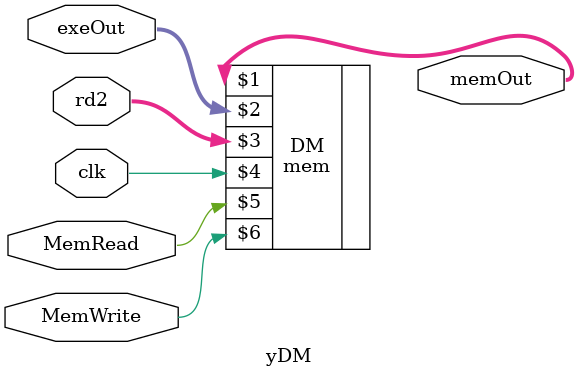
<source format=v>
module yDM(memOut, exeOut, rd2, clk, MemRead, MemWrite);
output [31:0] memOut;
input [31:0] exeOut, rd2;
input clk, MemRead, MemWrite;
// instantiate the circuit (only one line)
mem DM(memOut, exeOut, rd2, clk, MemRead, MemWrite);
endmodule 

</source>
